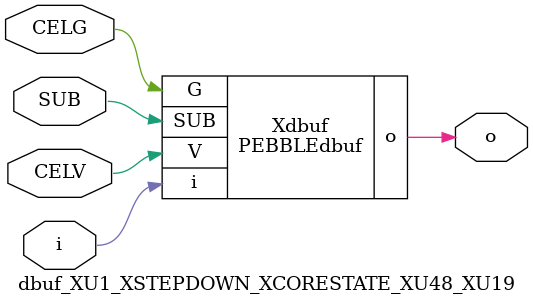
<source format=v>



module PEBBLEdbuf ( o, G, SUB, V, i );

  input V;
  input i;
  input G;
  output o;
  input SUB;
endmodule

//Celera Confidential Do Not Copy dbuf_XU1_XSTEPDOWN_XCORESTATE_XU48_XU19
//Celera Confidential Symbol Generator
//Digital Buffer
module dbuf_XU1_XSTEPDOWN_XCORESTATE_XU48_XU19 (CELV,CELG,i,o,SUB);
input CELV;
input CELG;
input i;
input SUB;
output o;

//Celera Confidential Do Not Copy dbuf
PEBBLEdbuf Xdbuf(
.V (CELV),
.i (i),
.o (o),
.SUB (SUB),
.G (CELG)
);
//,diesize,PEBBLEdbuf

//Celera Confidential Do Not Copy Module End
//Celera Schematic Generator
endmodule

</source>
